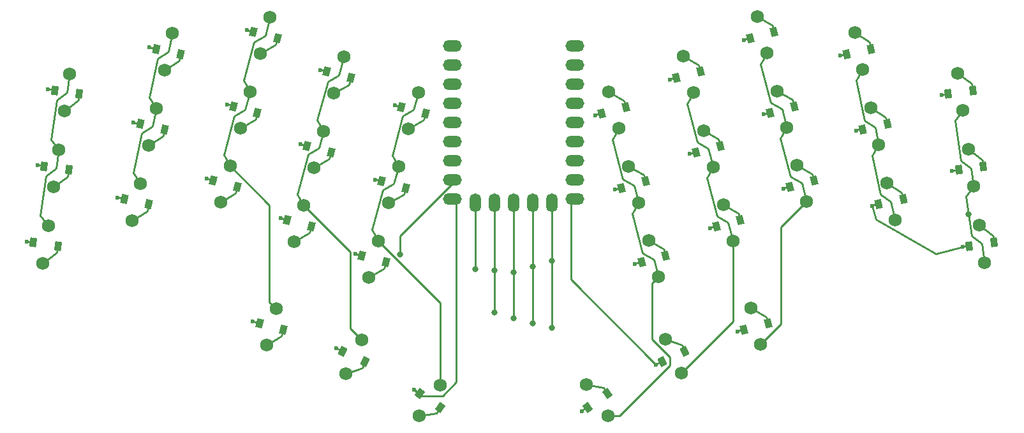
<source format=gbr>
%TF.GenerationSoftware,KiCad,Pcbnew,7.0.6*%
%TF.CreationDate,2025-05-26T00:34:49-04:00*%
%TF.ProjectId,bw2,6277322e-6b69-4636-9164-5f7063625858,2*%
%TF.SameCoordinates,Original*%
%TF.FileFunction,Copper,L2,Bot*%
%TF.FilePolarity,Positive*%
%FSLAX46Y46*%
G04 Gerber Fmt 4.6, Leading zero omitted, Abs format (unit mm)*
G04 Created by KiCad (PCBNEW 7.0.6) date 2025-05-26 00:34:49*
%MOMM*%
%LPD*%
G01*
G04 APERTURE LIST*
G04 Aperture macros list*
%AMRotRect*
0 Rectangle, with rotation*
0 The origin of the aperture is its center*
0 $1 length*
0 $2 width*
0 $3 Rotation angle, in degrees counterclockwise*
0 Add horizontal line*
21,1,$1,$2,0,0,$3*%
G04 Aperture macros list end*
%TA.AperFunction,ComponentPad*%
%ADD10O,2.500000X1.500000*%
%TD*%
%TA.AperFunction,ComponentPad*%
%ADD11O,1.500000X2.500000*%
%TD*%
%TA.AperFunction,ComponentPad*%
%ADD12C,1.752600*%
%TD*%
%TA.AperFunction,ComponentPad*%
%ADD13C,0.600000*%
%TD*%
%TA.AperFunction,SMDPad,CuDef*%
%ADD14RotRect,1.460000X0.254000X35.000000*%
%TD*%
%TA.AperFunction,SMDPad,CuDef*%
%ADD15RotRect,0.900000X1.200000X35.000000*%
%TD*%
%TA.AperFunction,SMDPad,CuDef*%
%ADD16RotRect,1.460000X0.254000X25.000000*%
%TD*%
%TA.AperFunction,SMDPad,CuDef*%
%ADD17RotRect,0.900000X1.200000X25.000000*%
%TD*%
%TA.AperFunction,SMDPad,CuDef*%
%ADD18RotRect,1.460000X0.254000X15.000000*%
%TD*%
%TA.AperFunction,SMDPad,CuDef*%
%ADD19RotRect,0.900000X1.200000X15.000000*%
%TD*%
%TA.AperFunction,SMDPad,CuDef*%
%ADD20RotRect,1.460000X0.254000X325.000000*%
%TD*%
%TA.AperFunction,SMDPad,CuDef*%
%ADD21RotRect,0.900000X1.200000X325.000000*%
%TD*%
%TA.AperFunction,SMDPad,CuDef*%
%ADD22RotRect,1.460000X0.254000X335.000000*%
%TD*%
%TA.AperFunction,SMDPad,CuDef*%
%ADD23RotRect,0.900000X1.200000X335.000000*%
%TD*%
%TA.AperFunction,SMDPad,CuDef*%
%ADD24RotRect,1.460000X0.254000X345.000000*%
%TD*%
%TA.AperFunction,SMDPad,CuDef*%
%ADD25RotRect,0.900000X1.200000X345.000000*%
%TD*%
%TA.AperFunction,SMDPad,CuDef*%
%ADD26RotRect,1.460000X0.254000X12.000000*%
%TD*%
%TA.AperFunction,SMDPad,CuDef*%
%ADD27RotRect,0.900000X1.200000X12.000000*%
%TD*%
%TA.AperFunction,SMDPad,CuDef*%
%ADD28RotRect,1.460000X0.254000X8.000000*%
%TD*%
%TA.AperFunction,SMDPad,CuDef*%
%ADD29RotRect,0.900000X1.200000X8.000000*%
%TD*%
%TA.AperFunction,SMDPad,CuDef*%
%ADD30RotRect,1.460000X0.254000X348.000000*%
%TD*%
%TA.AperFunction,SMDPad,CuDef*%
%ADD31RotRect,0.900000X1.200000X348.000000*%
%TD*%
%TA.AperFunction,SMDPad,CuDef*%
%ADD32RotRect,1.460000X0.254000X352.000000*%
%TD*%
%TA.AperFunction,SMDPad,CuDef*%
%ADD33RotRect,0.900000X1.200000X352.000000*%
%TD*%
%TA.AperFunction,ViaPad*%
%ADD34C,0.800000*%
%TD*%
%TA.AperFunction,Conductor*%
%ADD35C,0.250000*%
%TD*%
G04 APERTURE END LIST*
D10*
%TO.P,U1,1,GP0*%
%TO.N,unconnected-(U1-GP0-Pad1)*%
X105103476Y96793351D03*
%TO.P,U1,2,GP1*%
%TO.N,unconnected-(U1-GP1-Pad2)*%
X105103476Y94253351D03*
%TO.P,U1,3,GP2*%
%TO.N,unconnected-(U1-GP2-Pad3)*%
X105103476Y91713351D03*
%TO.P,U1,4,GP3*%
%TO.N,unconnected-(U1-GP3-Pad4)*%
X105103476Y89173351D03*
%TO.P,U1,5,GP4*%
%TO.N,unconnected-(U1-GP4-Pad5)*%
X105103476Y86633351D03*
%TO.P,U1,6,GP5*%
%TO.N,ROW4*%
X105103476Y84093351D03*
%TO.P,U1,7,GP6*%
%TO.N,ROW5*%
X105103476Y81553351D03*
%TO.P,U1,8,GP7*%
%TO.N,ROW6*%
X105103476Y79013351D03*
%TO.P,U1,9,GP8*%
%TO.N,ROW7*%
X105103476Y76473351D03*
D11*
%TO.P,U1,10,GP9*%
%TO.N,COL0*%
X102063476Y75973351D03*
%TO.P,U1,11,GP10*%
%TO.N,COL1*%
X99523476Y75973351D03*
%TO.P,U1,12,GP11*%
%TO.N,COL2*%
X96983476Y75973351D03*
%TO.P,U1,13,GP12*%
%TO.N,COL3*%
X94443476Y75973351D03*
%TO.P,U1,14,GP13*%
%TO.N,COL4*%
X91903476Y75973351D03*
D10*
%TO.P,U1,15,GP14*%
%TO.N,ROW3*%
X88863476Y76473351D03*
%TO.P,U1,16,GP15*%
%TO.N,ROW2*%
X88863476Y79013351D03*
%TO.P,U1,17,GP26*%
%TO.N,ROW1*%
X88863476Y81553351D03*
%TO.P,U1,18,GP27*%
%TO.N,ROW0*%
X88863476Y84093351D03*
%TO.P,U1,19,GP28*%
%TO.N,unconnected-(U1-GP28-Pad19)*%
X88863476Y86633351D03*
%TO.P,U1,20,GP29*%
%TO.N,unconnected-(U1-GP29-Pad20)*%
X88863476Y89173351D03*
%TO.P,U1,21,3V3*%
%TO.N,unconnected-(U1-3V3-Pad21)*%
X88863476Y91713351D03*
%TO.P,U1,22,5V*%
%TO.N,unconnected-(U1-5V-Pad22)*%
X88863476Y96793351D03*
%TO.P,U1,23,GND*%
%TO.N,unconnected-(U1-GND-Pad23)*%
X88863476Y94253351D03*
%TD*%
D12*
%TO.P,SW36,1,1*%
%TO.N,Net-(D36-A)*%
X106649258Y51823711D03*
%TO.P,SW36,2,2*%
%TO.N,COL4*%
X109517140Y47727951D03*
%TD*%
%TO.P,SW35,1,1*%
%TO.N,Net-(D35-A)*%
X117120063Y57869042D03*
%TO.P,SW35,2,2*%
%TO.N,COL3*%
X119233154Y53337503D03*
%TD*%
%TO.P,SW34,1,1*%
%TO.N,Net-(D34-A)*%
X128481562Y62004281D03*
%TO.P,SW34,2,2*%
%TO.N,COL2*%
X129775657Y57174651D03*
%TD*%
%TO.P,SW33,1,1*%
%TO.N,Net-(D33-A)*%
X84403927Y47662427D03*
%TO.P,SW33,2,2*%
%TO.N,COL4*%
X87271809Y51758187D03*
%TD*%
%TO.P,SW32,1,1*%
%TO.N,Net-(D32-A)*%
X74699988Y53265006D03*
%TO.P,SW32,2,2*%
%TO.N,COL3*%
X76813079Y57796545D03*
%TD*%
%TO.P,SW31,1,1*%
%TO.N,Net-(D31-A)*%
X64170602Y57097373D03*
%TO.P,SW31,2,2*%
%TO.N,COL2*%
X65464697Y61927003D03*
%TD*%
%TO.P,SW30,1,1*%
%TO.N,Net-(D30-A)*%
X109612064Y90698225D03*
%TO.P,SW30,2,2*%
%TO.N,COL4*%
X110906159Y85868595D03*
%TD*%
%TO.P,SW29,1,1*%
%TO.N,Net-(D29-A)*%
X112252011Y80845771D03*
%TO.P,SW29,2,2*%
%TO.N,COL4*%
X113546106Y76016141D03*
%TD*%
%TO.P,SW28,1,1*%
%TO.N,Net-(D28-A)*%
X114891957Y70993337D03*
%TO.P,SW28,2,2*%
%TO.N,COL4*%
X116186052Y66163707D03*
%TD*%
%TO.P,SW27,1,1*%
%TO.N,Net-(D27-A)*%
X119526419Y95425320D03*
%TO.P,SW27,2,2*%
%TO.N,COL3*%
X120820514Y90595690D03*
%TD*%
%TO.P,SW26,1,1*%
%TO.N,Net-(D26-A)*%
X122166362Y85572874D03*
%TO.P,SW26,2,2*%
%TO.N,COL3*%
X123460457Y80743244D03*
%TD*%
%TO.P,SW25,1,1*%
%TO.N,Net-(D25-A)*%
X124806330Y75720422D03*
%TO.P,SW25,2,2*%
%TO.N,COL3*%
X126100425Y70890792D03*
%TD*%
%TO.P,SW24,1,1*%
%TO.N,Net-(D24-A)*%
X129298421Y100683665D03*
%TO.P,SW24,2,2*%
%TO.N,COL2*%
X130592516Y95854035D03*
%TD*%
%TO.P,SW23,1,1*%
%TO.N,Net-(D23-A)*%
X131938388Y90831226D03*
%TO.P,SW23,2,2*%
%TO.N,COL2*%
X133232483Y86001596D03*
%TD*%
%TO.P,SW22,1,1*%
%TO.N,Net-(D22-A)*%
X134578333Y80978800D03*
%TO.P,SW22,2,2*%
%TO.N,COL2*%
X135872428Y76149170D03*
%TD*%
%TO.P,SW21,1,1*%
%TO.N,Net-(D21-A)*%
X142284204Y98558150D03*
%TO.P,SW21,2,2*%
%TO.N,COL1*%
X143323763Y93667412D03*
%TD*%
%TO.P,SW20,1,1*%
%TO.N,Net-(D20-A)*%
X144404914Y88581055D03*
%TO.P,SW20,2,2*%
%TO.N,COL1*%
X145444473Y83690317D03*
%TD*%
%TO.P,SW19,1,1*%
%TO.N,Net-(D19-A)*%
X146525611Y78603947D03*
%TO.P,SW19,2,2*%
%TO.N,COL1*%
X147565170Y73713209D03*
%TD*%
%TO.P,SW18,1,1*%
%TO.N,Net-(D18-A)*%
X155905766Y93196726D03*
%TO.P,SW18,2,2*%
%TO.N,COL0*%
X156601632Y88245386D03*
%TD*%
%TO.P,SW17,1,1*%
%TO.N,Net-(D17-A)*%
X157325323Y83096001D03*
%TO.P,SW17,2,2*%
%TO.N,COL0*%
X158021189Y78144661D03*
%TD*%
%TO.P,SW16,1,1*%
%TO.N,Net-(D16-A)*%
X158744897Y72995254D03*
%TO.P,SW16,2,2*%
%TO.N,COL0*%
X159440763Y68043914D03*
%TD*%
%TO.P,SW15,2,2*%
%TO.N,COL4*%
X84334195Y90620943D03*
%TO.P,SW15,1,1*%
%TO.N,Net-(D15-A)*%
X83040100Y85791313D03*
%TD*%
%TO.P,SW14,2,2*%
%TO.N,COL4*%
X81694252Y80768501D03*
%TO.P,SW14,1,1*%
%TO.N,Net-(D14-A)*%
X80400157Y75938871D03*
%TD*%
%TO.P,SW13,1,1*%
%TO.N,Net-(D13-A)*%
X77760195Y66086425D03*
%TO.P,SW13,2,2*%
%TO.N,COL4*%
X79054290Y70916055D03*
%TD*%
%TO.P,SW12,2,2*%
%TO.N,COL3*%
X74419834Y95348041D03*
%TO.P,SW12,1,1*%
%TO.N,Net-(D12-A)*%
X73125739Y90518411D03*
%TD*%
%TO.P,SW11,2,2*%
%TO.N,COL3*%
X71779883Y85495592D03*
%TO.P,SW11,1,1*%
%TO.N,Net-(D11-A)*%
X70485788Y80665962D03*
%TD*%
%TO.P,SW10,1,1*%
%TO.N,Net-(D10-A)*%
X67845830Y70813526D03*
%TO.P,SW10,2,2*%
%TO.N,COL3*%
X69139925Y75643156D03*
%TD*%
%TO.P,SW9,1,1*%
%TO.N,Net-(D9-A)*%
X63353730Y95776764D03*
%TO.P,SW9,2,2*%
%TO.N,COL2*%
X64647825Y100606394D03*
%TD*%
%TO.P,SW8,1,1*%
%TO.N,Net-(D8-A)*%
X60713783Y85924323D03*
%TO.P,SW8,2,2*%
%TO.N,COL2*%
X62007878Y90753953D03*
%TD*%
%TO.P,SW7,1,1*%
%TO.N,Net-(D7-A)*%
X58073824Y76071877D03*
%TO.P,SW7,2,2*%
%TO.N,COL2*%
X59367919Y80901507D03*
%TD*%
%TO.P,SW6,1,1*%
%TO.N,Net-(D6-A)*%
X50626540Y93589165D03*
%TO.P,SW6,2,2*%
%TO.N,COL1*%
X51666099Y98479903D03*
%TD*%
%TO.P,SW5,1,1*%
%TO.N,Net-(D5-A)*%
X48505847Y83612072D03*
%TO.P,SW5,2,2*%
%TO.N,COL1*%
X49545406Y88502810D03*
%TD*%
%TO.P,SW4,1,1*%
%TO.N,Net-(D4-A)*%
X46385153Y73634952D03*
%TO.P,SW4,2,2*%
%TO.N,COL1*%
X47424712Y78525690D03*
%TD*%
%TO.P,SW3,1,1*%
%TO.N,Net-(D3-A)*%
X37354192Y88166169D03*
%TO.P,SW3,2,2*%
%TO.N,COL0*%
X38050058Y93117509D03*
%TD*%
%TO.P,SW2,1,1*%
%TO.N,Net-(D2-A)*%
X35934632Y78065431D03*
%TO.P,SW2,2,2*%
%TO.N,COL0*%
X36630498Y83016771D03*
%TD*%
%TO.P,SW1,1,1*%
%TO.N,Net-(D1-A)*%
X34515066Y67964690D03*
%TO.P,SW1,2,2*%
%TO.N,COL0*%
X35210932Y72916030D03*
%TD*%
D13*
%TO.P,D36,1,K*%
%TO.N,ROW7*%
X106025496Y48286181D03*
D14*
X106467838Y48595912D03*
D15*
X106754541Y48796664D03*
%TO.P,D36,2,A*%
%TO.N,Net-(D36-A)*%
X109457743Y50689466D03*
%TD*%
D13*
%TO.P,D35,1,K*%
%TO.N,ROW7*%
X115891491Y54493570D03*
D16*
X116380897Y54721783D03*
D17*
X116698105Y54869700D03*
%TO.P,D35,2,A*%
%TO.N,Net-(D35-A)*%
X119688921Y56264340D03*
%TD*%
D13*
%TO.P,D34,1,K*%
%TO.N,ROW7*%
X126685510Y58893429D03*
D18*
X127207110Y59033191D03*
D19*
X127545184Y59123778D03*
%TO.P,D34,2,A*%
%TO.N,Net-(D34-A)*%
X130732740Y59977880D03*
%TD*%
D13*
%TO.P,D33,1,K*%
%TO.N,ROW3*%
X83780165Y51199957D03*
D20*
X84222507Y50890226D03*
D21*
X84509210Y50689474D03*
%TO.P,D33,2,A*%
%TO.N,Net-(D33-A)*%
X87212412Y48796672D03*
%TD*%
D13*
%TO.P,D32,1,K*%
%TO.N,ROW3*%
X73471416Y56640478D03*
D22*
X73960822Y56412265D03*
D23*
X74278030Y56264348D03*
%TO.P,D32,2,A*%
%TO.N,Net-(D32-A)*%
X77268846Y54869708D03*
%TD*%
D13*
%TO.P,D31,1,K*%
%TO.N,ROW3*%
X62374550Y60208225D03*
D24*
X62896150Y60068463D03*
D25*
X63234224Y59977876D03*
%TO.P,D31,2,A*%
%TO.N,Net-(D31-A)*%
X66421780Y59123774D03*
%TD*%
D13*
%TO.P,D30,1,K*%
%TO.N,ROW4*%
X107816012Y87587373D03*
D18*
X108337612Y87727135D03*
D19*
X108675686Y87817722D03*
%TO.P,D30,2,A*%
%TO.N,Net-(D30-A)*%
X111863242Y88671824D03*
%TD*%
D13*
%TO.P,D29,1,K*%
%TO.N,ROW5*%
X110455959Y77734919D03*
D18*
X110977559Y77874681D03*
D19*
X111315633Y77965268D03*
%TO.P,D29,2,A*%
%TO.N,Net-(D29-A)*%
X114503189Y78819370D03*
%TD*%
D13*
%TO.P,D28,1,K*%
%TO.N,ROW6*%
X113095905Y67882485D03*
D18*
X113617505Y68022247D03*
D19*
X113955579Y68112834D03*
%TO.P,D28,2,A*%
%TO.N,Net-(D28-A)*%
X117143135Y68966936D03*
%TD*%
D13*
%TO.P,D27,1,K*%
%TO.N,ROW4*%
X117730367Y92314468D03*
D18*
X118251967Y92454230D03*
D19*
X118590041Y92544817D03*
%TO.P,D27,2,A*%
%TO.N,Net-(D27-A)*%
X121777597Y93398919D03*
%TD*%
D13*
%TO.P,D26,1,K*%
%TO.N,ROW5*%
X120370310Y82462022D03*
D18*
X120891910Y82601784D03*
D19*
X121229984Y82692371D03*
%TO.P,D26,2,A*%
%TO.N,Net-(D26-A)*%
X124417540Y83546473D03*
%TD*%
D13*
%TO.P,D25,1,K*%
%TO.N,ROW6*%
X123010278Y72609570D03*
D18*
X123531878Y72749332D03*
D19*
X123869952Y72839919D03*
%TO.P,D25,2,A*%
%TO.N,Net-(D25-A)*%
X127057508Y73694021D03*
%TD*%
D13*
%TO.P,D24,1,K*%
%TO.N,ROW4*%
X127502369Y97572813D03*
D18*
X128023969Y97712575D03*
D19*
X128362043Y97803162D03*
%TO.P,D24,2,A*%
%TO.N,Net-(D24-A)*%
X131549599Y98657264D03*
%TD*%
D13*
%TO.P,D23,1,K*%
%TO.N,ROW5*%
X130142336Y87720374D03*
D18*
X130663936Y87860136D03*
D19*
X131002010Y87950723D03*
%TO.P,D23,2,A*%
%TO.N,Net-(D23-A)*%
X134189566Y88804825D03*
%TD*%
D13*
%TO.P,D22,1,K*%
%TO.N,ROW6*%
X132782281Y77867948D03*
D18*
X133303881Y78007710D03*
D19*
X133641955Y78098297D03*
%TO.P,D22,2,A*%
%TO.N,Net-(D22-A)*%
X136829511Y78952399D03*
%TD*%
D13*
%TO.P,D21,1,K*%
%TO.N,ROW4*%
X140327805Y95545559D03*
D26*
X140856005Y95657832D03*
D27*
X141198356Y95730601D03*
%TO.P,D21,2,A*%
%TO.N,Net-(D21-A)*%
X144426244Y96416709D03*
%TD*%
D13*
%TO.P,D20,1,K*%
%TO.N,ROW5*%
X142448515Y85568464D03*
D26*
X142976715Y85680737D03*
D27*
X143319066Y85753506D03*
%TO.P,D20,2,A*%
%TO.N,Net-(D20-A)*%
X146546954Y86439614D03*
%TD*%
%TO.P,D19,2,A*%
%TO.N,Net-(D19-A)*%
X148667651Y76462506D03*
%TO.P,D19,1,K*%
%TO.N,ROW6*%
X145439763Y75776398D03*
D26*
X145097412Y75703629D03*
D13*
X144569212Y75591356D03*
%TD*%
%TO.P,D18,1,K*%
%TO.N,ROW4*%
X153743985Y90327945D03*
D28*
X154278730Y90403099D03*
D29*
X154625324Y90451809D03*
%TO.P,D18,2,A*%
%TO.N,Net-(D18-A)*%
X157893208Y90911081D03*
%TD*%
D13*
%TO.P,D17,1,K*%
%TO.N,ROW5*%
X155163542Y80227220D03*
D28*
X155698287Y80302374D03*
D29*
X156044881Y80351084D03*
%TO.P,D17,2,A*%
%TO.N,Net-(D17-A)*%
X159312765Y80810356D03*
%TD*%
D13*
%TO.P,D16,1,K*%
%TO.N,ROW6*%
X156583116Y70126473D03*
D28*
X157117861Y70201627D03*
D29*
X157464455Y70250337D03*
%TO.P,D16,2,A*%
%TO.N,Net-(D16-A)*%
X160732339Y70709609D03*
%TD*%
D13*
%TO.P,D15,1,K*%
%TO.N,ROW0*%
X81244048Y88902165D03*
D24*
X81765648Y88762403D03*
D25*
X82103722Y88671816D03*
%TO.P,D15,2,A*%
%TO.N,Net-(D15-A)*%
X85291278Y87817714D03*
%TD*%
D13*
%TO.P,D14,1,K*%
%TO.N,ROW1*%
X78604105Y79049723D03*
D24*
X79125705Y78909961D03*
D25*
X79463779Y78819374D03*
%TO.P,D14,2,A*%
%TO.N,Net-(D14-A)*%
X82651335Y77965272D03*
%TD*%
D13*
%TO.P,D13,1,K*%
%TO.N,ROW2*%
X75964143Y69197277D03*
D24*
X76485743Y69057515D03*
D25*
X76823817Y68966928D03*
%TO.P,D13,2,A*%
%TO.N,Net-(D13-A)*%
X80011373Y68112826D03*
%TD*%
D13*
%TO.P,D12,1,K*%
%TO.N,ROW0*%
X71329687Y93629263D03*
D24*
X71851287Y93489501D03*
D25*
X72189361Y93398914D03*
%TO.P,D12,2,A*%
%TO.N,Net-(D12-A)*%
X75376917Y92544812D03*
%TD*%
D13*
%TO.P,D11,1,K*%
%TO.N,ROW1*%
X68689736Y83776814D03*
D24*
X69211336Y83637052D03*
D25*
X69549410Y83546465D03*
%TO.P,D11,2,A*%
%TO.N,Net-(D11-A)*%
X72736966Y82692363D03*
%TD*%
D13*
%TO.P,D10,1,K*%
%TO.N,ROW2*%
X66049778Y73924378D03*
D24*
X66571378Y73784616D03*
D25*
X66909452Y73694029D03*
%TO.P,D10,2,A*%
%TO.N,Net-(D10-A)*%
X70097008Y72839927D03*
%TD*%
D13*
%TO.P,D9,1,K*%
%TO.N,ROW0*%
X61557678Y98887616D03*
D24*
X62079278Y98747854D03*
D25*
X62417352Y98657267D03*
%TO.P,D9,2,A*%
%TO.N,Net-(D9-A)*%
X65604908Y97803165D03*
%TD*%
D13*
%TO.P,D8,1,K*%
%TO.N,ROW1*%
X58917731Y89035175D03*
D24*
X59439331Y88895413D03*
D25*
X59777405Y88804826D03*
%TO.P,D8,2,A*%
%TO.N,Net-(D8-A)*%
X62964961Y87950724D03*
%TD*%
D13*
%TO.P,D7,1,K*%
%TO.N,ROW2*%
X56277772Y79182729D03*
D24*
X56799372Y79042967D03*
D25*
X57137446Y78952380D03*
%TO.P,D7,2,A*%
%TO.N,Net-(D7-A)*%
X60325002Y78098278D03*
%TD*%
D13*
%TO.P,D6,1,K*%
%TO.N,ROW0*%
X48670141Y96601756D03*
D30*
X49198341Y96489483D03*
D31*
X49540692Y96416714D03*
%TO.P,D6,2,A*%
%TO.N,Net-(D6-A)*%
X52768580Y95730606D03*
%TD*%
D13*
%TO.P,D5,1,K*%
%TO.N,ROW1*%
X46549448Y86624663D03*
D30*
X47077648Y86512390D03*
D31*
X47419999Y86439621D03*
%TO.P,D5,2,A*%
%TO.N,Net-(D5-A)*%
X50647887Y85753513D03*
%TD*%
D13*
%TO.P,D4,1,K*%
%TO.N,ROW2*%
X44428754Y76647543D03*
D30*
X44956954Y76535270D03*
D31*
X45299305Y76462501D03*
%TO.P,D4,2,A*%
%TO.N,Net-(D4-A)*%
X48527193Y75776393D03*
%TD*%
D13*
%TO.P,D3,1,K*%
%TO.N,ROW0*%
X35192411Y91034950D03*
D32*
X35727156Y90959796D03*
D33*
X36073750Y90911086D03*
%TO.P,D3,2,A*%
%TO.N,Net-(D3-A)*%
X39341634Y90451814D03*
%TD*%
D13*
%TO.P,D2,1,K*%
%TO.N,ROW1*%
X33772851Y80934212D03*
D32*
X34307596Y80859058D03*
D33*
X34654190Y80810348D03*
%TO.P,D2,2,A*%
%TO.N,Net-(D2-A)*%
X37922074Y80351076D03*
%TD*%
D13*
%TO.P,D1,1,K*%
%TO.N,ROW2*%
X32353285Y70833471D03*
D32*
X32888030Y70758317D03*
D33*
X33234624Y70709607D03*
%TO.P,D1,2,A*%
%TO.N,Net-(D1-A)*%
X36502508Y70250335D03*
%TD*%
D34*
%TO.N,ROW2*%
X81900000Y69150000D03*
%TO.N,COL0*%
X102046046Y59385766D03*
X102050000Y68250000D03*
%TO.N,COL1*%
X99525000Y59950500D03*
X99525000Y67485217D03*
%TO.N,COL2*%
X96975000Y60675731D03*
X96978953Y66760717D03*
%TO.N,COL3*%
X94425000Y61435651D03*
X94418282Y66980976D03*
%TO.N,COL4*%
X91891218Y67192225D03*
%TO.N,COL0*%
X157322936Y74481348D03*
%TD*%
D35*
%TO.N,COL2*%
X132475000Y59873994D02*
X132475000Y72751742D01*
X132475000Y72751742D02*
X135872428Y76149170D01*
X129775657Y57174651D02*
X132475000Y59873994D01*
%TO.N,COL3*%
X126100425Y60204774D02*
X126100425Y70890792D01*
X119233154Y53337503D02*
X126100425Y60204774D01*
%TO.N,COL4*%
X115309752Y65287407D02*
X116186052Y66163707D01*
X115309752Y57840248D02*
X115309752Y65287407D01*
X117684514Y54381473D02*
X117684514Y55465486D01*
X117684514Y55465486D02*
X115309752Y57840248D01*
X111030992Y47727951D02*
X117684514Y54381473D01*
X109517140Y47727951D02*
X111030992Y47727951D01*
%TO.N,ROW7*%
X115891491Y54493570D02*
X104603476Y65781585D01*
X104603476Y65781585D02*
X104603476Y76473351D01*
%TO.N,ROW3*%
X87578884Y50366367D02*
X84613755Y50366367D01*
X89363476Y52150959D02*
X87578884Y50366367D01*
X89363476Y76473351D02*
X89363476Y52150959D01*
X84613755Y50366367D02*
X83780165Y51199957D01*
%TO.N,COL4*%
X87271809Y62698536D02*
X79054290Y70916055D01*
X87271809Y51758187D02*
X87271809Y62698536D01*
%TO.N,COL2*%
X64588397Y75681029D02*
X59367919Y80901507D01*
X64588397Y62803303D02*
X64588397Y75681029D01*
X65464697Y61927003D02*
X64588397Y62803303D01*
%TO.N,COL3*%
X75339143Y59270481D02*
X75339143Y69443938D01*
X76813079Y57796545D02*
X75339143Y59270481D01*
X75339143Y69443938D02*
X69139925Y75643156D01*
%TO.N,ROW2*%
X81900000Y71549875D02*
X89363476Y79013351D01*
X81900000Y69150000D02*
X81900000Y71549875D01*
%TO.N,COL0*%
X102050000Y59389720D02*
X102046046Y59385766D01*
X102050000Y68250000D02*
X102050000Y59389720D01*
X102063476Y68263476D02*
X102050000Y68250000D01*
X102063476Y76473351D02*
X102063476Y68263476D01*
%TO.N,COL1*%
X99525000Y67485217D02*
X99525000Y59950500D01*
X99523476Y67486741D02*
X99525000Y67485217D01*
X99523476Y76473351D02*
X99523476Y67486741D01*
%TO.N,COL2*%
X96983476Y66765240D02*
X96983476Y76473351D01*
X96978953Y66760717D02*
X96975000Y66756764D01*
X96975000Y66756764D02*
X96975000Y60675731D01*
X96978953Y66760717D02*
X96983476Y66765240D01*
%TO.N,COL4*%
X91903476Y67204483D02*
X91903476Y76473351D01*
X91891218Y67192225D02*
X91903476Y67204483D01*
%TO.N,COL3*%
X94443476Y67006170D02*
X94418282Y66980976D01*
X94443476Y76473351D02*
X94443476Y67006170D01*
X94418282Y65006718D02*
X94418282Y66980976D01*
X94425000Y66974258D02*
X94425000Y61435651D01*
X94418282Y66980976D02*
X94425000Y66974258D01*
%TO.N,COL2*%
X97000000Y60550000D02*
X96975000Y60575000D01*
X96975000Y60575000D02*
X96975000Y60675731D01*
%TO.N,Net-(D24-A)*%
X131319251Y99516936D02*
X131549600Y98657263D01*
X129298421Y100683664D02*
X131319251Y99516936D01*
%TO.N,Net-(D22-A)*%
X136599163Y79812073D02*
X136829511Y78952400D01*
X134578335Y80978800D02*
X136599163Y79812073D01*
%TO.N,Net-(D23-A)*%
X133959216Y89664498D02*
X134189567Y88804825D01*
X131938389Y90831225D02*
X133959216Y89664498D01*
%TO.N,ROW6*%
X145055965Y73774759D02*
X144569210Y75591353D01*
X153025890Y69173319D02*
X145055965Y73774759D01*
X156583118Y70126473D02*
X153025890Y69173319D01*
%TO.N,COL0*%
X159091434Y70529482D02*
X159440760Y68043918D01*
X156998772Y76787852D02*
X157734647Y71551913D01*
X158021194Y78144651D02*
X156998772Y76787852D01*
X156326942Y81568224D02*
X157683732Y80545809D01*
X155579206Y86888589D02*
X156326942Y81568224D01*
X156601629Y88245388D02*
X155579206Y86888589D01*
X157683732Y80545809D02*
X158021194Y78144651D01*
X157734647Y71551913D02*
X159091434Y70529482D01*
%TO.N,Net-(D33-A)*%
X86701926Y48067624D02*
X87212414Y48796669D01*
X84403922Y47662429D02*
X86701926Y48067624D01*
%TO.N,Net-(D32-A)*%
X76892722Y54063094D02*
X77268852Y54869707D01*
X74699993Y53265003D02*
X76892722Y54063094D01*
%TO.N,COL0*%
X37700728Y90631935D02*
X38050056Y93117504D01*
X36343938Y89609518D02*
X37700728Y90631935D01*
X35608075Y84373578D02*
X36343938Y89609518D01*
X36630499Y83016774D02*
X35608075Y84373578D01*
X34924380Y79508781D02*
X36281180Y80531198D01*
X34188505Y74272822D02*
X34924380Y79508781D01*
X36281180Y80531198D02*
X36630499Y83016774D01*
X35210928Y72916037D02*
X34188505Y74272822D01*
%TO.N,Net-(D1-A)*%
X36378638Y69369002D02*
X36502498Y70250342D01*
X34515064Y67964691D02*
X36378638Y69369002D01*
%TO.N,Net-(D2-A)*%
X37798217Y79469738D02*
X37922080Y80351076D01*
X35934633Y78065433D02*
X37798217Y79469738D01*
%TO.N,Net-(D3-A)*%
X39217766Y89570473D02*
X39341635Y90451815D01*
X37354193Y88166175D02*
X39217766Y89570473D01*
%TO.N,COL1*%
X49719429Y95099468D02*
X51144237Y96024750D01*
X51144237Y96024750D02*
X51666102Y98479900D01*
X48620125Y89927625D02*
X49719429Y95099468D01*
X49545415Y88502808D02*
X48620125Y89927625D01*
X47623110Y85237003D02*
X49047921Y86162286D01*
X46499424Y79950509D02*
X47623110Y85237003D01*
X47424713Y78525698D02*
X46499424Y79950509D01*
X49047921Y86162286D02*
X49545415Y88502808D01*
%TO.N,Net-(D4-A)*%
X46385157Y73634960D02*
X48342158Y74905855D01*
X48342158Y74905855D02*
X48527186Y75776399D01*
%TO.N,Net-(D5-A)*%
X48505849Y83612077D02*
X50462850Y84882957D01*
X50462850Y84882957D02*
X50647884Y85753515D01*
%TO.N,Net-(D6-A)*%
X52583535Y94860050D02*
X52768582Y95730604D01*
X50626545Y93589166D02*
X52583535Y94860050D01*
%TO.N,Net-(D31-A)*%
X66191428Y58264106D02*
X66421774Y59123773D01*
X64170597Y57097384D02*
X66191428Y58264106D01*
%TO.N,COL4*%
X83718079Y88321578D02*
X84334201Y90620940D01*
X80844797Y82239783D02*
X82246801Y87472137D01*
X82246801Y87472137D02*
X83718079Y88321578D01*
X81694241Y80768500D02*
X80844797Y82239783D01*
X81091071Y78517436D02*
X81694241Y80768500D01*
X78204841Y72387342D02*
X79619792Y77667985D01*
X79054296Y70916057D02*
X78204841Y72387342D01*
X79619792Y77667985D02*
X81091071Y78517436D01*
%TO.N,COL3*%
X73770206Y92923561D02*
X74419836Y95348042D01*
X70930435Y86966879D02*
X72298904Y92074120D01*
X72298904Y92074120D02*
X73770206Y92923561D01*
X71779882Y85495591D02*
X70930435Y86966879D01*
X71176714Y83244532D02*
X71779882Y85495591D01*
X69705436Y82395085D02*
X71176714Y83244532D01*
X68290490Y77114431D02*
X69705436Y82395085D01*
X69139927Y75643148D02*
X68290490Y77114431D01*
%TO.N,COL2*%
X63998188Y98181919D02*
X64647831Y100606389D01*
X62526915Y97332480D02*
X63998188Y98181919D01*
X61158433Y92225248D02*
X62526915Y97332480D01*
X62007872Y90753950D02*
X61158433Y92225248D01*
X59886952Y87480032D02*
X61358241Y88329483D01*
X61358241Y88329483D02*
X62007872Y90753950D01*
X58518470Y82372788D02*
X59886952Y87480032D01*
X59367922Y80901508D02*
X58518470Y82372788D01*
%TO.N,Net-(D9-A)*%
X65374558Y96943490D02*
X65604913Y97803166D01*
X63353725Y95776766D02*
X65374558Y96943490D01*
%TO.N,Net-(D8-A)*%
X62734613Y87091054D02*
X62964953Y87950724D01*
X60713776Y85924325D02*
X62734613Y87091054D01*
%TO.N,Net-(D7-A)*%
X60094663Y77238606D02*
X60324998Y78098278D01*
X58073825Y76071884D02*
X60094663Y77238606D01*
%TO.N,Net-(D12-A)*%
X75146566Y91685138D02*
X75376917Y92544819D01*
X73125733Y90518407D02*
X75146566Y91685138D01*
%TO.N,Net-(D11-A)*%
X72506613Y81832686D02*
X72736972Y82692356D01*
X70485793Y80665965D02*
X72506613Y81832686D01*
%TO.N,Net-(D10-A)*%
X69866653Y71980239D02*
X70097012Y72839914D01*
X67845831Y70813526D02*
X69866653Y71980239D01*
%TO.N,Net-(D13-A)*%
X79781021Y67253155D02*
X80011373Y68112825D01*
X77760196Y66086420D02*
X79781021Y67253155D01*
%TO.N,Net-(D14-A)*%
X80400150Y75938871D02*
X82420985Y77105593D01*
X82420985Y77105593D02*
X82651327Y77965262D01*
%TO.N,Net-(D15-A)*%
X83040102Y85791321D02*
X85060935Y86958048D01*
X85060935Y86958048D02*
X85291277Y87817717D01*
%TO.N,Net-(D36-A)*%
X108947266Y51418522D02*
X109457760Y50689469D01*
X106649259Y51823718D02*
X108947266Y51418522D01*
%TO.N,Net-(D35-A)*%
X117120062Y57869047D02*
X119312788Y57070950D01*
X119312788Y57070950D02*
X119688918Y56264343D01*
%TO.N,Net-(D34-A)*%
X128481554Y62004281D02*
X130502389Y60837568D01*
X130502389Y60837568D02*
X130732737Y59977880D01*
%TO.N,Net-(D16-A)*%
X160608476Y71590947D02*
X160732336Y70709611D01*
X158744891Y72995262D02*
X160608476Y71590947D01*
%TO.N,Net-(D17-A)*%
X159188902Y81691685D02*
X159312772Y80810346D01*
X157325332Y83095979D02*
X159188902Y81691685D01*
%TO.N,Net-(D18-A)*%
X157769349Y91792416D02*
X157893201Y90911079D01*
X155905770Y93196738D02*
X157769349Y91792416D01*
%TO.N,Net-(D21-A)*%
X144241211Y97287277D02*
X144426247Y96416716D01*
X142284213Y98558170D02*
X144241211Y97287277D01*
%TO.N,Net-(D20-A)*%
X146361915Y87310165D02*
X146546956Y86439630D01*
X144404914Y88581057D02*
X146361915Y87310165D01*
%TO.N,Net-(D19-A)*%
X148482608Y77333064D02*
X148667651Y76462497D01*
X146525607Y78603953D02*
X148482608Y77333064D01*
%TO.N,COL1*%
X147043311Y76168355D02*
X147565177Y73713209D01*
X145618494Y77093648D02*
X147043311Y76168355D01*
X145444474Y83690326D02*
X144519192Y82265506D01*
X144519192Y82265506D02*
X145618494Y77093648D01*
X143529002Y86923986D02*
X144953814Y85998703D01*
X142398486Y92242608D02*
X143529002Y86923986D01*
X144953814Y85998703D02*
X145444474Y83690326D01*
X143323773Y93667424D02*
X142398486Y92242608D01*
%TO.N,COL2*%
X133751501Y79423086D02*
X135222803Y78573628D01*
X135222803Y78573628D02*
X135872435Y76149157D01*
X132383031Y84530314D02*
X133751501Y79423086D01*
X133232473Y86001588D02*
X132383031Y84530314D01*
X131111551Y89275509D02*
X132582834Y88426073D01*
X129743068Y94382765D02*
X131111551Y89275509D01*
X130592532Y95854041D02*
X129743068Y94382765D01*
X132582834Y88426073D02*
X133232473Y86001588D01*
%TO.N,COL3*%
X125450786Y73315267D02*
X126100417Y70890795D01*
X123979494Y74164723D02*
X125450786Y73315267D01*
X122611019Y79271962D02*
X123979494Y74164723D01*
X123460464Y80743248D02*
X122611019Y79271962D01*
X122810829Y83167709D02*
X123460464Y80743248D01*
X121339542Y84017169D02*
X122810829Y83167709D01*
X119971073Y89124399D02*
X121339542Y84017169D01*
X120820514Y90595694D02*
X119971073Y89124399D01*
%TO.N,COL4*%
X112696654Y74544855D02*
X114103272Y69295305D01*
X114103272Y69295305D02*
X115574557Y68445874D01*
X115574557Y68445874D02*
X116186055Y66163699D01*
X113546104Y76016142D02*
X112696654Y74544855D01*
X111469786Y79123611D02*
X112941078Y78274153D01*
X112941078Y78274153D02*
X113546104Y76016142D01*
X110056700Y84397308D02*
X111469786Y79123611D01*
X110906151Y85868588D02*
X110056700Y84397308D01*
%TO.N,Net-(D27-A)*%
X121547249Y94258581D02*
X121777599Y93398913D01*
X119526423Y95425303D02*
X121547249Y94258581D01*
%TO.N,Net-(D26-A)*%
X124187198Y84406158D02*
X124417554Y83546473D01*
X122166361Y85572871D02*
X124187198Y84406158D01*
%TO.N,Net-(D25-A)*%
X126827162Y74553702D02*
X127057504Y73694031D01*
X124806326Y75720426D02*
X126827162Y74553702D01*
%TO.N,Net-(D28-A)*%
X116912785Y69826606D02*
X117143143Y68966928D01*
X114891959Y70993334D02*
X116912785Y69826606D01*
%TO.N,Net-(D29-A)*%
X114272835Y79679040D02*
X114503186Y78819373D01*
X112252008Y80845768D02*
X114272835Y79679040D01*
%TO.N,Net-(D30-A)*%
X111632885Y89531486D02*
X111863242Y88671816D01*
X109612050Y90698225D02*
X111632885Y89531486D01*
%TD*%
M02*

</source>
